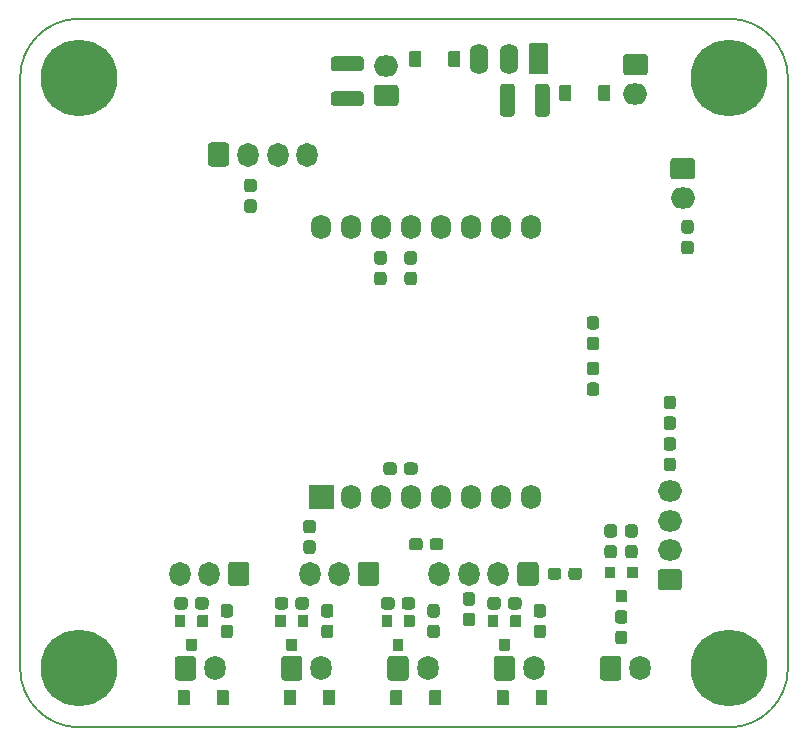
<source format=gbr>
%TF.GenerationSoftware,KiCad,Pcbnew,(5.1.9)-1*%
%TF.CreationDate,2021-06-08T13:47:19+02:00*%
%TF.ProjectId,19_WIFI_Generic,31395f57-4946-4495-9f47-656e65726963,rev?*%
%TF.SameCoordinates,Original*%
%TF.FileFunction,Soldermask,Bot*%
%TF.FilePolarity,Negative*%
%FSLAX46Y46*%
G04 Gerber Fmt 4.6, Leading zero omitted, Abs format (unit mm)*
G04 Created by KiCad (PCBNEW (5.1.9)-1) date 2021-06-08 13:47:19*
%MOMM*%
%LPD*%
G01*
G04 APERTURE LIST*
%TA.AperFunction,Profile*%
%ADD10C,0.150000*%
%TD*%
%ADD11C,0.900000*%
%ADD12C,6.500000*%
%ADD13O,1.700000X2.100000*%
%ADD14O,1.600000X2.600000*%
%ADD15O,2.050000X1.800000*%
%ADD16O,2.100000X1.800000*%
%ADD17O,1.800000X2.050000*%
%ADD18O,1.800000X2.100000*%
G04 APERTURE END LIST*
D10*
X175000000Y-80000000D02*
G75*
G02*
X180000000Y-85000000I0J-5000000D01*
G01*
X180000000Y-135000000D02*
G75*
G02*
X175000000Y-140000000I-5000000J0D01*
G01*
X120000000Y-140000000D02*
G75*
G02*
X115000000Y-135000000I0J5000000D01*
G01*
X115000000Y-85000000D02*
G75*
G02*
X120000000Y-80000000I5000000J0D01*
G01*
X115000000Y-135000000D02*
X115000000Y-85000000D01*
X175000000Y-140000000D02*
X120000000Y-140000000D01*
X180000000Y-85000000D02*
X180000000Y-135000000D01*
X120000000Y-80000000D02*
X175000000Y-80000000D01*
%TO.C,R7*%
G36*
G01*
X145237500Y-101425000D02*
X145762500Y-101425000D01*
G75*
G02*
X146025000Y-101687500I0J-262500D01*
G01*
X146025000Y-102312500D01*
G75*
G02*
X145762500Y-102575000I-262500J0D01*
G01*
X145237500Y-102575000D01*
G75*
G02*
X144975000Y-102312500I0J262500D01*
G01*
X144975000Y-101687500D01*
G75*
G02*
X145237500Y-101425000I262500J0D01*
G01*
G37*
G36*
G01*
X145237500Y-99675000D02*
X145762500Y-99675000D01*
G75*
G02*
X146025000Y-99937500I0J-262500D01*
G01*
X146025000Y-100562500D01*
G75*
G02*
X145762500Y-100825000I-262500J0D01*
G01*
X145237500Y-100825000D01*
G75*
G02*
X144975000Y-100562500I0J262500D01*
G01*
X144975000Y-99937500D01*
G75*
G02*
X145237500Y-99675000I262500J0D01*
G01*
G37*
%TD*%
%TO.C,R6*%
G36*
G01*
X147804500Y-101425000D02*
X148329500Y-101425000D01*
G75*
G02*
X148592000Y-101687500I0J-262500D01*
G01*
X148592000Y-102312500D01*
G75*
G02*
X148329500Y-102575000I-262500J0D01*
G01*
X147804500Y-102575000D01*
G75*
G02*
X147542000Y-102312500I0J262500D01*
G01*
X147542000Y-101687500D01*
G75*
G02*
X147804500Y-101425000I262500J0D01*
G01*
G37*
G36*
G01*
X147804500Y-99675000D02*
X148329500Y-99675000D01*
G75*
G02*
X148592000Y-99937500I0J-262500D01*
G01*
X148592000Y-100562500D01*
G75*
G02*
X148329500Y-100825000I-262500J0D01*
G01*
X147804500Y-100825000D01*
G75*
G02*
X147542000Y-100562500I0J262500D01*
G01*
X147542000Y-99937500D01*
G75*
G02*
X147804500Y-99675000I262500J0D01*
G01*
G37*
%TD*%
%TO.C,R2*%
G36*
G01*
X169737500Y-113675000D02*
X170262500Y-113675000D01*
G75*
G02*
X170525000Y-113937500I0J-262500D01*
G01*
X170525000Y-114562500D01*
G75*
G02*
X170262500Y-114825000I-262500J0D01*
G01*
X169737500Y-114825000D01*
G75*
G02*
X169475000Y-114562500I0J262500D01*
G01*
X169475000Y-113937500D01*
G75*
G02*
X169737500Y-113675000I262500J0D01*
G01*
G37*
G36*
G01*
X169737500Y-111925000D02*
X170262500Y-111925000D01*
G75*
G02*
X170525000Y-112187500I0J-262500D01*
G01*
X170525000Y-112812500D01*
G75*
G02*
X170262500Y-113075000I-262500J0D01*
G01*
X169737500Y-113075000D01*
G75*
G02*
X169475000Y-112812500I0J262500D01*
G01*
X169475000Y-112187500D01*
G75*
G02*
X169737500Y-111925000I262500J0D01*
G01*
G37*
%TD*%
%TO.C,Q1*%
G36*
G01*
X165492000Y-128394000D02*
X166292000Y-128394000D01*
G75*
G02*
X166342000Y-128444000I0J-50000D01*
G01*
X166342000Y-129344000D01*
G75*
G02*
X166292000Y-129394000I-50000J0D01*
G01*
X165492000Y-129394000D01*
G75*
G02*
X165442000Y-129344000I0J50000D01*
G01*
X165442000Y-128444000D01*
G75*
G02*
X165492000Y-128394000I50000J0D01*
G01*
G37*
G36*
G01*
X166442000Y-126394000D02*
X167242000Y-126394000D01*
G75*
G02*
X167292000Y-126444000I0J-50000D01*
G01*
X167292000Y-127344000D01*
G75*
G02*
X167242000Y-127394000I-50000J0D01*
G01*
X166442000Y-127394000D01*
G75*
G02*
X166392000Y-127344000I0J50000D01*
G01*
X166392000Y-126444000D01*
G75*
G02*
X166442000Y-126394000I50000J0D01*
G01*
G37*
G36*
G01*
X164542000Y-126394000D02*
X165342000Y-126394000D01*
G75*
G02*
X165392000Y-126444000I0J-50000D01*
G01*
X165392000Y-127344000D01*
G75*
G02*
X165342000Y-127394000I-50000J0D01*
G01*
X164542000Y-127394000D01*
G75*
G02*
X164492000Y-127344000I0J50000D01*
G01*
X164492000Y-126444000D01*
G75*
G02*
X164542000Y-126394000I50000J0D01*
G01*
G37*
%TD*%
D11*
%TO.C,H3*%
X176697056Y-133302944D03*
X175000000Y-132600000D03*
X173302944Y-133302944D03*
X172600000Y-135000000D03*
X173302944Y-136697056D03*
X175000000Y-137400000D03*
X176697056Y-136697056D03*
X177400000Y-135000000D03*
D12*
X175000000Y-135000000D03*
%TD*%
D11*
%TO.C,H1*%
X121697056Y-83302944D03*
X120000000Y-82600000D03*
X118302944Y-83302944D03*
X117600000Y-85000000D03*
X118302944Y-86697056D03*
X120000000Y-87400000D03*
X121697056Y-86697056D03*
X122400000Y-85000000D03*
D12*
X120000000Y-85000000D03*
%TD*%
D11*
%TO.C,H2*%
X176697056Y-83302944D03*
X175000000Y-82600000D03*
X173302944Y-83302944D03*
X172600000Y-85000000D03*
X173302944Y-86697056D03*
X175000000Y-87400000D03*
X176697056Y-86697056D03*
X177400000Y-85000000D03*
D12*
X175000000Y-85000000D03*
%TD*%
D11*
%TO.C,H4*%
X121697056Y-133302944D03*
X120000000Y-132600000D03*
X118302944Y-133302944D03*
X117600000Y-135000000D03*
X118302944Y-136697056D03*
X120000000Y-137400000D03*
X121697056Y-136697056D03*
X122400000Y-135000000D03*
D12*
X120000000Y-135000000D03*
%TD*%
%TO.C,R13*%
G36*
G01*
X171237500Y-98800000D02*
X171762500Y-98800000D01*
G75*
G02*
X172025000Y-99062500I0J-262500D01*
G01*
X172025000Y-99687500D01*
G75*
G02*
X171762500Y-99950000I-262500J0D01*
G01*
X171237500Y-99950000D01*
G75*
G02*
X170975000Y-99687500I0J262500D01*
G01*
X170975000Y-99062500D01*
G75*
G02*
X171237500Y-98800000I262500J0D01*
G01*
G37*
G36*
G01*
X171237500Y-97050000D02*
X171762500Y-97050000D01*
G75*
G02*
X172025000Y-97312500I0J-262500D01*
G01*
X172025000Y-97937500D01*
G75*
G02*
X171762500Y-98200000I-262500J0D01*
G01*
X171237500Y-98200000D01*
G75*
G02*
X170975000Y-97937500I0J262500D01*
G01*
X170975000Y-97312500D01*
G75*
G02*
X171237500Y-97050000I262500J0D01*
G01*
G37*
%TD*%
%TO.C,R1*%
G36*
G01*
X169737500Y-117175000D02*
X170262500Y-117175000D01*
G75*
G02*
X170525000Y-117437500I0J-262500D01*
G01*
X170525000Y-118062500D01*
G75*
G02*
X170262500Y-118325000I-262500J0D01*
G01*
X169737500Y-118325000D01*
G75*
G02*
X169475000Y-118062500I0J262500D01*
G01*
X169475000Y-117437500D01*
G75*
G02*
X169737500Y-117175000I262500J0D01*
G01*
G37*
G36*
G01*
X169737500Y-115425000D02*
X170262500Y-115425000D01*
G75*
G02*
X170525000Y-115687500I0J-262500D01*
G01*
X170525000Y-116312500D01*
G75*
G02*
X170262500Y-116575000I-262500J0D01*
G01*
X169737500Y-116575000D01*
G75*
G02*
X169475000Y-116312500I0J262500D01*
G01*
X169475000Y-115687500D01*
G75*
G02*
X169737500Y-115425000I262500J0D01*
G01*
G37*
%TD*%
%TO.C,R14*%
G36*
G01*
X165629500Y-131819000D02*
X166154500Y-131819000D01*
G75*
G02*
X166417000Y-132081500I0J-262500D01*
G01*
X166417000Y-132706500D01*
G75*
G02*
X166154500Y-132969000I-262500J0D01*
G01*
X165629500Y-132969000D01*
G75*
G02*
X165367000Y-132706500I0J262500D01*
G01*
X165367000Y-132081500D01*
G75*
G02*
X165629500Y-131819000I262500J0D01*
G01*
G37*
G36*
G01*
X165629500Y-130069000D02*
X166154500Y-130069000D01*
G75*
G02*
X166417000Y-130331500I0J-262500D01*
G01*
X166417000Y-130956500D01*
G75*
G02*
X166154500Y-131219000I-262500J0D01*
G01*
X165629500Y-131219000D01*
G75*
G02*
X165367000Y-130956500I0J262500D01*
G01*
X165367000Y-130331500D01*
G75*
G02*
X165629500Y-130069000I262500J0D01*
G01*
G37*
%TD*%
%TO.C,R15*%
G36*
G01*
X164737500Y-124550000D02*
X165262500Y-124550000D01*
G75*
G02*
X165525000Y-124812500I0J-262500D01*
G01*
X165525000Y-125437500D01*
G75*
G02*
X165262500Y-125700000I-262500J0D01*
G01*
X164737500Y-125700000D01*
G75*
G02*
X164475000Y-125437500I0J262500D01*
G01*
X164475000Y-124812500D01*
G75*
G02*
X164737500Y-124550000I262500J0D01*
G01*
G37*
G36*
G01*
X164737500Y-122800000D02*
X165262500Y-122800000D01*
G75*
G02*
X165525000Y-123062500I0J-262500D01*
G01*
X165525000Y-123687500D01*
G75*
G02*
X165262500Y-123950000I-262500J0D01*
G01*
X164737500Y-123950000D01*
G75*
G02*
X164475000Y-123687500I0J262500D01*
G01*
X164475000Y-123062500D01*
G75*
G02*
X164737500Y-122800000I262500J0D01*
G01*
G37*
%TD*%
%TO.C,R16*%
G36*
G01*
X167012500Y-123950000D02*
X166487500Y-123950000D01*
G75*
G02*
X166225000Y-123687500I0J262500D01*
G01*
X166225000Y-123062500D01*
G75*
G02*
X166487500Y-122800000I262500J0D01*
G01*
X167012500Y-122800000D01*
G75*
G02*
X167275000Y-123062500I0J-262500D01*
G01*
X167275000Y-123687500D01*
G75*
G02*
X167012500Y-123950000I-262500J0D01*
G01*
G37*
G36*
G01*
X167012500Y-125700000D02*
X166487500Y-125700000D01*
G75*
G02*
X166225000Y-125437500I0J262500D01*
G01*
X166225000Y-124812500D01*
G75*
G02*
X166487500Y-124550000I262500J0D01*
G01*
X167012500Y-124550000D01*
G75*
G02*
X167275000Y-124812500I0J-262500D01*
G01*
X167275000Y-125437500D01*
G75*
G02*
X167012500Y-125700000I-262500J0D01*
G01*
G37*
%TD*%
%TO.C,R10*%
G36*
G01*
X134237500Y-93550000D02*
X134762500Y-93550000D01*
G75*
G02*
X135025000Y-93812500I0J-262500D01*
G01*
X135025000Y-94437500D01*
G75*
G02*
X134762500Y-94700000I-262500J0D01*
G01*
X134237500Y-94700000D01*
G75*
G02*
X133975000Y-94437500I0J262500D01*
G01*
X133975000Y-93812500D01*
G75*
G02*
X134237500Y-93550000I262500J0D01*
G01*
G37*
G36*
G01*
X134237500Y-95300000D02*
X134762500Y-95300000D01*
G75*
G02*
X135025000Y-95562500I0J-262500D01*
G01*
X135025000Y-96187500D01*
G75*
G02*
X134762500Y-96450000I-262500J0D01*
G01*
X134237500Y-96450000D01*
G75*
G02*
X133975000Y-96187500I0J262500D01*
G01*
X133975000Y-95562500D01*
G75*
G02*
X134237500Y-95300000I262500J0D01*
G01*
G37*
%TD*%
D13*
%TO.C,U1*%
X143040000Y-120500000D03*
G36*
G01*
X141500000Y-121550000D02*
X139500000Y-121550000D01*
G75*
G02*
X139450000Y-121500000I0J50000D01*
G01*
X139450000Y-119500000D01*
G75*
G02*
X139500000Y-119450000I50000J0D01*
G01*
X141500000Y-119450000D01*
G75*
G02*
X141550000Y-119500000I0J-50000D01*
G01*
X141550000Y-121500000D01*
G75*
G02*
X141500000Y-121550000I-50000J0D01*
G01*
G37*
X145580000Y-120500000D03*
X148120000Y-120500000D03*
X150660000Y-120500000D03*
X153200000Y-120500000D03*
X155740000Y-120500000D03*
X158280000Y-120500000D03*
X158280000Y-97640000D03*
X155740000Y-97640000D03*
X153200000Y-97640000D03*
X150660000Y-97640000D03*
X148120000Y-97640000D03*
X145580000Y-97640000D03*
X143040000Y-97640000D03*
X140500000Y-97640000D03*
%TD*%
%TO.C,D1*%
G36*
G01*
X129350000Y-136900000D02*
X129350000Y-138100000D01*
G75*
G02*
X129300000Y-138150000I-50000J0D01*
G01*
X128400000Y-138150000D01*
G75*
G02*
X128350000Y-138100000I0J50000D01*
G01*
X128350000Y-136900000D01*
G75*
G02*
X128400000Y-136850000I50000J0D01*
G01*
X129300000Y-136850000D01*
G75*
G02*
X129350000Y-136900000I0J-50000D01*
G01*
G37*
G36*
G01*
X132650000Y-136900000D02*
X132650000Y-138100000D01*
G75*
G02*
X132600000Y-138150000I-50000J0D01*
G01*
X131700000Y-138150000D01*
G75*
G02*
X131650000Y-138100000I0J50000D01*
G01*
X131650000Y-136900000D01*
G75*
G02*
X131700000Y-136850000I50000J0D01*
G01*
X132600000Y-136850000D01*
G75*
G02*
X132650000Y-136900000I0J-50000D01*
G01*
G37*
%TD*%
%TO.C,D2*%
G36*
G01*
X141650000Y-136900000D02*
X141650000Y-138100000D01*
G75*
G02*
X141600000Y-138150000I-50000J0D01*
G01*
X140700000Y-138150000D01*
G75*
G02*
X140650000Y-138100000I0J50000D01*
G01*
X140650000Y-136900000D01*
G75*
G02*
X140700000Y-136850000I50000J0D01*
G01*
X141600000Y-136850000D01*
G75*
G02*
X141650000Y-136900000I0J-50000D01*
G01*
G37*
G36*
G01*
X138350000Y-136900000D02*
X138350000Y-138100000D01*
G75*
G02*
X138300000Y-138150000I-50000J0D01*
G01*
X137400000Y-138150000D01*
G75*
G02*
X137350000Y-138100000I0J50000D01*
G01*
X137350000Y-136900000D01*
G75*
G02*
X137400000Y-136850000I50000J0D01*
G01*
X138300000Y-136850000D01*
G75*
G02*
X138350000Y-136900000I0J-50000D01*
G01*
G37*
%TD*%
%TO.C,D3*%
G36*
G01*
X147350000Y-136900000D02*
X147350000Y-138100000D01*
G75*
G02*
X147300000Y-138150000I-50000J0D01*
G01*
X146400000Y-138150000D01*
G75*
G02*
X146350000Y-138100000I0J50000D01*
G01*
X146350000Y-136900000D01*
G75*
G02*
X146400000Y-136850000I50000J0D01*
G01*
X147300000Y-136850000D01*
G75*
G02*
X147350000Y-136900000I0J-50000D01*
G01*
G37*
G36*
G01*
X150650000Y-136900000D02*
X150650000Y-138100000D01*
G75*
G02*
X150600000Y-138150000I-50000J0D01*
G01*
X149700000Y-138150000D01*
G75*
G02*
X149650000Y-138100000I0J50000D01*
G01*
X149650000Y-136900000D01*
G75*
G02*
X149700000Y-136850000I50000J0D01*
G01*
X150600000Y-136850000D01*
G75*
G02*
X150650000Y-136900000I0J-50000D01*
G01*
G37*
%TD*%
%TO.C,D4*%
G36*
G01*
X159650000Y-136900000D02*
X159650000Y-138100000D01*
G75*
G02*
X159600000Y-138150000I-50000J0D01*
G01*
X158700000Y-138150000D01*
G75*
G02*
X158650000Y-138100000I0J50000D01*
G01*
X158650000Y-136900000D01*
G75*
G02*
X158700000Y-136850000I50000J0D01*
G01*
X159600000Y-136850000D01*
G75*
G02*
X159650000Y-136900000I0J-50000D01*
G01*
G37*
G36*
G01*
X156350000Y-136900000D02*
X156350000Y-138100000D01*
G75*
G02*
X156300000Y-138150000I-50000J0D01*
G01*
X155400000Y-138150000D01*
G75*
G02*
X155350000Y-138100000I0J50000D01*
G01*
X155350000Y-136900000D01*
G75*
G02*
X155400000Y-136850000I50000J0D01*
G01*
X156300000Y-136850000D01*
G75*
G02*
X156350000Y-136900000I0J-50000D01*
G01*
G37*
%TD*%
%TO.C,Q2*%
G36*
G01*
X129100000Y-132500000D02*
X129900000Y-132500000D01*
G75*
G02*
X129950000Y-132550000I0J-50000D01*
G01*
X129950000Y-133450000D01*
G75*
G02*
X129900000Y-133500000I-50000J0D01*
G01*
X129100000Y-133500000D01*
G75*
G02*
X129050000Y-133450000I0J50000D01*
G01*
X129050000Y-132550000D01*
G75*
G02*
X129100000Y-132500000I50000J0D01*
G01*
G37*
G36*
G01*
X130050000Y-130500000D02*
X130850000Y-130500000D01*
G75*
G02*
X130900000Y-130550000I0J-50000D01*
G01*
X130900000Y-131450000D01*
G75*
G02*
X130850000Y-131500000I-50000J0D01*
G01*
X130050000Y-131500000D01*
G75*
G02*
X130000000Y-131450000I0J50000D01*
G01*
X130000000Y-130550000D01*
G75*
G02*
X130050000Y-130500000I50000J0D01*
G01*
G37*
G36*
G01*
X128150000Y-130500000D02*
X128950000Y-130500000D01*
G75*
G02*
X129000000Y-130550000I0J-50000D01*
G01*
X129000000Y-131450000D01*
G75*
G02*
X128950000Y-131500000I-50000J0D01*
G01*
X128150000Y-131500000D01*
G75*
G02*
X128100000Y-131450000I0J50000D01*
G01*
X128100000Y-130550000D01*
G75*
G02*
X128150000Y-130500000I50000J0D01*
G01*
G37*
%TD*%
%TO.C,Q3*%
G36*
G01*
X136650000Y-130500000D02*
X137450000Y-130500000D01*
G75*
G02*
X137500000Y-130550000I0J-50000D01*
G01*
X137500000Y-131450000D01*
G75*
G02*
X137450000Y-131500000I-50000J0D01*
G01*
X136650000Y-131500000D01*
G75*
G02*
X136600000Y-131450000I0J50000D01*
G01*
X136600000Y-130550000D01*
G75*
G02*
X136650000Y-130500000I50000J0D01*
G01*
G37*
G36*
G01*
X138550000Y-130500000D02*
X139350000Y-130500000D01*
G75*
G02*
X139400000Y-130550000I0J-50000D01*
G01*
X139400000Y-131450000D01*
G75*
G02*
X139350000Y-131500000I-50000J0D01*
G01*
X138550000Y-131500000D01*
G75*
G02*
X138500000Y-131450000I0J50000D01*
G01*
X138500000Y-130550000D01*
G75*
G02*
X138550000Y-130500000I50000J0D01*
G01*
G37*
G36*
G01*
X137600000Y-132500000D02*
X138400000Y-132500000D01*
G75*
G02*
X138450000Y-132550000I0J-50000D01*
G01*
X138450000Y-133450000D01*
G75*
G02*
X138400000Y-133500000I-50000J0D01*
G01*
X137600000Y-133500000D01*
G75*
G02*
X137550000Y-133450000I0J50000D01*
G01*
X137550000Y-132550000D01*
G75*
G02*
X137600000Y-132500000I50000J0D01*
G01*
G37*
%TD*%
%TO.C,Q4*%
G36*
G01*
X146600000Y-132500000D02*
X147400000Y-132500000D01*
G75*
G02*
X147450000Y-132550000I0J-50000D01*
G01*
X147450000Y-133450000D01*
G75*
G02*
X147400000Y-133500000I-50000J0D01*
G01*
X146600000Y-133500000D01*
G75*
G02*
X146550000Y-133450000I0J50000D01*
G01*
X146550000Y-132550000D01*
G75*
G02*
X146600000Y-132500000I50000J0D01*
G01*
G37*
G36*
G01*
X147550000Y-130500000D02*
X148350000Y-130500000D01*
G75*
G02*
X148400000Y-130550000I0J-50000D01*
G01*
X148400000Y-131450000D01*
G75*
G02*
X148350000Y-131500000I-50000J0D01*
G01*
X147550000Y-131500000D01*
G75*
G02*
X147500000Y-131450000I0J50000D01*
G01*
X147500000Y-130550000D01*
G75*
G02*
X147550000Y-130500000I50000J0D01*
G01*
G37*
G36*
G01*
X145650000Y-130500000D02*
X146450000Y-130500000D01*
G75*
G02*
X146500000Y-130550000I0J-50000D01*
G01*
X146500000Y-131450000D01*
G75*
G02*
X146450000Y-131500000I-50000J0D01*
G01*
X145650000Y-131500000D01*
G75*
G02*
X145600000Y-131450000I0J50000D01*
G01*
X145600000Y-130550000D01*
G75*
G02*
X145650000Y-130500000I50000J0D01*
G01*
G37*
%TD*%
%TO.C,Q5*%
G36*
G01*
X154650000Y-130500000D02*
X155450000Y-130500000D01*
G75*
G02*
X155500000Y-130550000I0J-50000D01*
G01*
X155500000Y-131450000D01*
G75*
G02*
X155450000Y-131500000I-50000J0D01*
G01*
X154650000Y-131500000D01*
G75*
G02*
X154600000Y-131450000I0J50000D01*
G01*
X154600000Y-130550000D01*
G75*
G02*
X154650000Y-130500000I50000J0D01*
G01*
G37*
G36*
G01*
X156550000Y-130500000D02*
X157350000Y-130500000D01*
G75*
G02*
X157400000Y-130550000I0J-50000D01*
G01*
X157400000Y-131450000D01*
G75*
G02*
X157350000Y-131500000I-50000J0D01*
G01*
X156550000Y-131500000D01*
G75*
G02*
X156500000Y-131450000I0J50000D01*
G01*
X156500000Y-130550000D01*
G75*
G02*
X156550000Y-130500000I50000J0D01*
G01*
G37*
G36*
G01*
X155600000Y-132500000D02*
X156400000Y-132500000D01*
G75*
G02*
X156450000Y-132550000I0J-50000D01*
G01*
X156450000Y-133450000D01*
G75*
G02*
X156400000Y-133500000I-50000J0D01*
G01*
X155600000Y-133500000D01*
G75*
G02*
X155550000Y-133450000I0J50000D01*
G01*
X155550000Y-132550000D01*
G75*
G02*
X155600000Y-132500000I50000J0D01*
G01*
G37*
%TD*%
%TO.C,R3*%
G36*
G01*
X139237500Y-122425000D02*
X139762500Y-122425000D01*
G75*
G02*
X140025000Y-122687500I0J-262500D01*
G01*
X140025000Y-123312500D01*
G75*
G02*
X139762500Y-123575000I-262500J0D01*
G01*
X139237500Y-123575000D01*
G75*
G02*
X138975000Y-123312500I0J262500D01*
G01*
X138975000Y-122687500D01*
G75*
G02*
X139237500Y-122425000I262500J0D01*
G01*
G37*
G36*
G01*
X139237500Y-124175000D02*
X139762500Y-124175000D01*
G75*
G02*
X140025000Y-124437500I0J-262500D01*
G01*
X140025000Y-125062500D01*
G75*
G02*
X139762500Y-125325000I-262500J0D01*
G01*
X139237500Y-125325000D01*
G75*
G02*
X138975000Y-125062500I0J262500D01*
G01*
X138975000Y-124437500D01*
G75*
G02*
X139237500Y-124175000I262500J0D01*
G01*
G37*
%TD*%
%TO.C,R4*%
G36*
G01*
X163762500Y-111950000D02*
X163237500Y-111950000D01*
G75*
G02*
X162975000Y-111687500I0J262500D01*
G01*
X162975000Y-111062500D01*
G75*
G02*
X163237500Y-110800000I262500J0D01*
G01*
X163762500Y-110800000D01*
G75*
G02*
X164025000Y-111062500I0J-262500D01*
G01*
X164025000Y-111687500D01*
G75*
G02*
X163762500Y-111950000I-262500J0D01*
G01*
G37*
G36*
G01*
X163762500Y-110200000D02*
X163237500Y-110200000D01*
G75*
G02*
X162975000Y-109937500I0J262500D01*
G01*
X162975000Y-109312500D01*
G75*
G02*
X163237500Y-109050000I262500J0D01*
G01*
X163762500Y-109050000D01*
G75*
G02*
X164025000Y-109312500I0J-262500D01*
G01*
X164025000Y-109937500D01*
G75*
G02*
X163762500Y-110200000I-262500J0D01*
G01*
G37*
%TD*%
%TO.C,R5*%
G36*
G01*
X163762500Y-106325000D02*
X163237500Y-106325000D01*
G75*
G02*
X162975000Y-106062500I0J262500D01*
G01*
X162975000Y-105437500D01*
G75*
G02*
X163237500Y-105175000I262500J0D01*
G01*
X163762500Y-105175000D01*
G75*
G02*
X164025000Y-105437500I0J-262500D01*
G01*
X164025000Y-106062500D01*
G75*
G02*
X163762500Y-106325000I-262500J0D01*
G01*
G37*
G36*
G01*
X163762500Y-108075000D02*
X163237500Y-108075000D01*
G75*
G02*
X162975000Y-107812500I0J262500D01*
G01*
X162975000Y-107187500D01*
G75*
G02*
X163237500Y-106925000I262500J0D01*
G01*
X163762500Y-106925000D01*
G75*
G02*
X164025000Y-107187500I0J-262500D01*
G01*
X164025000Y-107812500D01*
G75*
G02*
X163762500Y-108075000I-262500J0D01*
G01*
G37*
%TD*%
%TO.C,R17*%
G36*
G01*
X146900000Y-117837500D02*
X146900000Y-118362500D01*
G75*
G02*
X146637500Y-118625000I-262500J0D01*
G01*
X146012500Y-118625000D01*
G75*
G02*
X145750000Y-118362500I0J262500D01*
G01*
X145750000Y-117837500D01*
G75*
G02*
X146012500Y-117575000I262500J0D01*
G01*
X146637500Y-117575000D01*
G75*
G02*
X146900000Y-117837500I0J-262500D01*
G01*
G37*
G36*
G01*
X148650000Y-117837500D02*
X148650000Y-118362500D01*
G75*
G02*
X148387500Y-118625000I-262500J0D01*
G01*
X147762500Y-118625000D01*
G75*
G02*
X147500000Y-118362500I0J262500D01*
G01*
X147500000Y-117837500D01*
G75*
G02*
X147762500Y-117575000I262500J0D01*
G01*
X148387500Y-117575000D01*
G75*
G02*
X148650000Y-117837500I0J-262500D01*
G01*
G37*
%TD*%
%TO.C,R18*%
G36*
G01*
X129200000Y-129237500D02*
X129200000Y-129762500D01*
G75*
G02*
X128937500Y-130025000I-262500J0D01*
G01*
X128312500Y-130025000D01*
G75*
G02*
X128050000Y-129762500I0J262500D01*
G01*
X128050000Y-129237500D01*
G75*
G02*
X128312500Y-128975000I262500J0D01*
G01*
X128937500Y-128975000D01*
G75*
G02*
X129200000Y-129237500I0J-262500D01*
G01*
G37*
G36*
G01*
X130950000Y-129237500D02*
X130950000Y-129762500D01*
G75*
G02*
X130687500Y-130025000I-262500J0D01*
G01*
X130062500Y-130025000D01*
G75*
G02*
X129800000Y-129762500I0J262500D01*
G01*
X129800000Y-129237500D01*
G75*
G02*
X130062500Y-128975000I262500J0D01*
G01*
X130687500Y-128975000D01*
G75*
G02*
X130950000Y-129237500I0J-262500D01*
G01*
G37*
%TD*%
%TO.C,R19*%
G36*
G01*
X150825000Y-124237500D02*
X150825000Y-124762500D01*
G75*
G02*
X150562500Y-125025000I-262500J0D01*
G01*
X149937500Y-125025000D01*
G75*
G02*
X149675000Y-124762500I0J262500D01*
G01*
X149675000Y-124237500D01*
G75*
G02*
X149937500Y-123975000I262500J0D01*
G01*
X150562500Y-123975000D01*
G75*
G02*
X150825000Y-124237500I0J-262500D01*
G01*
G37*
G36*
G01*
X149075000Y-124237500D02*
X149075000Y-124762500D01*
G75*
G02*
X148812500Y-125025000I-262500J0D01*
G01*
X148187500Y-125025000D01*
G75*
G02*
X147925000Y-124762500I0J262500D01*
G01*
X147925000Y-124237500D01*
G75*
G02*
X148187500Y-123975000I262500J0D01*
G01*
X148812500Y-123975000D01*
G75*
G02*
X149075000Y-124237500I0J-262500D01*
G01*
G37*
%TD*%
%TO.C,R20*%
G36*
G01*
X137700000Y-129237500D02*
X137700000Y-129762500D01*
G75*
G02*
X137437500Y-130025000I-262500J0D01*
G01*
X136812500Y-130025000D01*
G75*
G02*
X136550000Y-129762500I0J262500D01*
G01*
X136550000Y-129237500D01*
G75*
G02*
X136812500Y-128975000I262500J0D01*
G01*
X137437500Y-128975000D01*
G75*
G02*
X137700000Y-129237500I0J-262500D01*
G01*
G37*
G36*
G01*
X139450000Y-129237500D02*
X139450000Y-129762500D01*
G75*
G02*
X139187500Y-130025000I-262500J0D01*
G01*
X138562500Y-130025000D01*
G75*
G02*
X138300000Y-129762500I0J262500D01*
G01*
X138300000Y-129237500D01*
G75*
G02*
X138562500Y-128975000I262500J0D01*
G01*
X139187500Y-128975000D01*
G75*
G02*
X139450000Y-129237500I0J-262500D01*
G01*
G37*
%TD*%
%TO.C,R21*%
G36*
G01*
X152737500Y-130300000D02*
X153262500Y-130300000D01*
G75*
G02*
X153525000Y-130562500I0J-262500D01*
G01*
X153525000Y-131187500D01*
G75*
G02*
X153262500Y-131450000I-262500J0D01*
G01*
X152737500Y-131450000D01*
G75*
G02*
X152475000Y-131187500I0J262500D01*
G01*
X152475000Y-130562500D01*
G75*
G02*
X152737500Y-130300000I262500J0D01*
G01*
G37*
G36*
G01*
X152737500Y-128550000D02*
X153262500Y-128550000D01*
G75*
G02*
X153525000Y-128812500I0J-262500D01*
G01*
X153525000Y-129437500D01*
G75*
G02*
X153262500Y-129700000I-262500J0D01*
G01*
X152737500Y-129700000D01*
G75*
G02*
X152475000Y-129437500I0J262500D01*
G01*
X152475000Y-128812500D01*
G75*
G02*
X152737500Y-128550000I262500J0D01*
G01*
G37*
%TD*%
%TO.C,R22*%
G36*
G01*
X146700000Y-129237500D02*
X146700000Y-129762500D01*
G75*
G02*
X146437500Y-130025000I-262500J0D01*
G01*
X145812500Y-130025000D01*
G75*
G02*
X145550000Y-129762500I0J262500D01*
G01*
X145550000Y-129237500D01*
G75*
G02*
X145812500Y-128975000I262500J0D01*
G01*
X146437500Y-128975000D01*
G75*
G02*
X146700000Y-129237500I0J-262500D01*
G01*
G37*
G36*
G01*
X148450000Y-129237500D02*
X148450000Y-129762500D01*
G75*
G02*
X148187500Y-130025000I-262500J0D01*
G01*
X147562500Y-130025000D01*
G75*
G02*
X147300000Y-129762500I0J262500D01*
G01*
X147300000Y-129237500D01*
G75*
G02*
X147562500Y-128975000I262500J0D01*
G01*
X148187500Y-128975000D01*
G75*
G02*
X148450000Y-129237500I0J-262500D01*
G01*
G37*
%TD*%
%TO.C,R23*%
G36*
G01*
X159675000Y-127262500D02*
X159675000Y-126737500D01*
G75*
G02*
X159937500Y-126475000I262500J0D01*
G01*
X160562500Y-126475000D01*
G75*
G02*
X160825000Y-126737500I0J-262500D01*
G01*
X160825000Y-127262500D01*
G75*
G02*
X160562500Y-127525000I-262500J0D01*
G01*
X159937500Y-127525000D01*
G75*
G02*
X159675000Y-127262500I0J262500D01*
G01*
G37*
G36*
G01*
X161425000Y-127262500D02*
X161425000Y-126737500D01*
G75*
G02*
X161687500Y-126475000I262500J0D01*
G01*
X162312500Y-126475000D01*
G75*
G02*
X162575000Y-126737500I0J-262500D01*
G01*
X162575000Y-127262500D01*
G75*
G02*
X162312500Y-127525000I-262500J0D01*
G01*
X161687500Y-127525000D01*
G75*
G02*
X161425000Y-127262500I0J262500D01*
G01*
G37*
%TD*%
%TO.C,R24*%
G36*
G01*
X157450000Y-129237500D02*
X157450000Y-129762500D01*
G75*
G02*
X157187500Y-130025000I-262500J0D01*
G01*
X156562500Y-130025000D01*
G75*
G02*
X156300000Y-129762500I0J262500D01*
G01*
X156300000Y-129237500D01*
G75*
G02*
X156562500Y-128975000I262500J0D01*
G01*
X157187500Y-128975000D01*
G75*
G02*
X157450000Y-129237500I0J-262500D01*
G01*
G37*
G36*
G01*
X155700000Y-129237500D02*
X155700000Y-129762500D01*
G75*
G02*
X155437500Y-130025000I-262500J0D01*
G01*
X154812500Y-130025000D01*
G75*
G02*
X154550000Y-129762500I0J262500D01*
G01*
X154550000Y-129237500D01*
G75*
G02*
X154812500Y-128975000I262500J0D01*
G01*
X155437500Y-128975000D01*
G75*
G02*
X155700000Y-129237500I0J-262500D01*
G01*
G37*
%TD*%
%TO.C,R25*%
G36*
G01*
X132762500Y-132450000D02*
X132237500Y-132450000D01*
G75*
G02*
X131975000Y-132187500I0J262500D01*
G01*
X131975000Y-131562500D01*
G75*
G02*
X132237500Y-131300000I262500J0D01*
G01*
X132762500Y-131300000D01*
G75*
G02*
X133025000Y-131562500I0J-262500D01*
G01*
X133025000Y-132187500D01*
G75*
G02*
X132762500Y-132450000I-262500J0D01*
G01*
G37*
G36*
G01*
X132762500Y-130700000D02*
X132237500Y-130700000D01*
G75*
G02*
X131975000Y-130437500I0J262500D01*
G01*
X131975000Y-129812500D01*
G75*
G02*
X132237500Y-129550000I262500J0D01*
G01*
X132762500Y-129550000D01*
G75*
G02*
X133025000Y-129812500I0J-262500D01*
G01*
X133025000Y-130437500D01*
G75*
G02*
X132762500Y-130700000I-262500J0D01*
G01*
G37*
%TD*%
%TO.C,R26*%
G36*
G01*
X141262500Y-130700000D02*
X140737500Y-130700000D01*
G75*
G02*
X140475000Y-130437500I0J262500D01*
G01*
X140475000Y-129812500D01*
G75*
G02*
X140737500Y-129550000I262500J0D01*
G01*
X141262500Y-129550000D01*
G75*
G02*
X141525000Y-129812500I0J-262500D01*
G01*
X141525000Y-130437500D01*
G75*
G02*
X141262500Y-130700000I-262500J0D01*
G01*
G37*
G36*
G01*
X141262500Y-132450000D02*
X140737500Y-132450000D01*
G75*
G02*
X140475000Y-132187500I0J262500D01*
G01*
X140475000Y-131562500D01*
G75*
G02*
X140737500Y-131300000I262500J0D01*
G01*
X141262500Y-131300000D01*
G75*
G02*
X141525000Y-131562500I0J-262500D01*
G01*
X141525000Y-132187500D01*
G75*
G02*
X141262500Y-132450000I-262500J0D01*
G01*
G37*
%TD*%
%TO.C,R27*%
G36*
G01*
X150262500Y-132450000D02*
X149737500Y-132450000D01*
G75*
G02*
X149475000Y-132187500I0J262500D01*
G01*
X149475000Y-131562500D01*
G75*
G02*
X149737500Y-131300000I262500J0D01*
G01*
X150262500Y-131300000D01*
G75*
G02*
X150525000Y-131562500I0J-262500D01*
G01*
X150525000Y-132187500D01*
G75*
G02*
X150262500Y-132450000I-262500J0D01*
G01*
G37*
G36*
G01*
X150262500Y-130700000D02*
X149737500Y-130700000D01*
G75*
G02*
X149475000Y-130437500I0J262500D01*
G01*
X149475000Y-129812500D01*
G75*
G02*
X149737500Y-129550000I262500J0D01*
G01*
X150262500Y-129550000D01*
G75*
G02*
X150525000Y-129812500I0J-262500D01*
G01*
X150525000Y-130437500D01*
G75*
G02*
X150262500Y-130700000I-262500J0D01*
G01*
G37*
%TD*%
%TO.C,R28*%
G36*
G01*
X159262500Y-130700000D02*
X158737500Y-130700000D01*
G75*
G02*
X158475000Y-130437500I0J262500D01*
G01*
X158475000Y-129812500D01*
G75*
G02*
X158737500Y-129550000I262500J0D01*
G01*
X159262500Y-129550000D01*
G75*
G02*
X159525000Y-129812500I0J-262500D01*
G01*
X159525000Y-130437500D01*
G75*
G02*
X159262500Y-130700000I-262500J0D01*
G01*
G37*
G36*
G01*
X159262500Y-132450000D02*
X158737500Y-132450000D01*
G75*
G02*
X158475000Y-132187500I0J262500D01*
G01*
X158475000Y-131562500D01*
G75*
G02*
X158737500Y-131300000I262500J0D01*
G01*
X159262500Y-131300000D01*
G75*
G02*
X159525000Y-131562500I0J-262500D01*
G01*
X159525000Y-132187500D01*
G75*
G02*
X159262500Y-132450000I-262500J0D01*
G01*
G37*
%TD*%
%TO.C,C1*%
G36*
G01*
X159825000Y-85771738D02*
X159825000Y-88028262D01*
G75*
G02*
X159553262Y-88300000I-271738J0D01*
G01*
X158846738Y-88300000D01*
G75*
G02*
X158575000Y-88028262I0J271738D01*
G01*
X158575000Y-85771738D01*
G75*
G02*
X158846738Y-85500000I271738J0D01*
G01*
X159553262Y-85500000D01*
G75*
G02*
X159825000Y-85771738I0J-271738D01*
G01*
G37*
G36*
G01*
X156875000Y-85771738D02*
X156875000Y-88028262D01*
G75*
G02*
X156603262Y-88300000I-271738J0D01*
G01*
X155896738Y-88300000D01*
G75*
G02*
X155625000Y-88028262I0J271738D01*
G01*
X155625000Y-85771738D01*
G75*
G02*
X155896738Y-85500000I271738J0D01*
G01*
X156603262Y-85500000D01*
G75*
G02*
X156875000Y-85771738I0J-271738D01*
G01*
G37*
%TD*%
%TO.C,C2*%
G36*
G01*
X141571738Y-86150000D02*
X143828262Y-86150000D01*
G75*
G02*
X144100000Y-86421738I0J-271738D01*
G01*
X144100000Y-87128262D01*
G75*
G02*
X143828262Y-87400000I-271738J0D01*
G01*
X141571738Y-87400000D01*
G75*
G02*
X141300000Y-87128262I0J271738D01*
G01*
X141300000Y-86421738D01*
G75*
G02*
X141571738Y-86150000I271738J0D01*
G01*
G37*
G36*
G01*
X141571738Y-83200000D02*
X143828262Y-83200000D01*
G75*
G02*
X144100000Y-83471738I0J-271738D01*
G01*
X144100000Y-84178262D01*
G75*
G02*
X143828262Y-84450000I-271738J0D01*
G01*
X141571738Y-84450000D01*
G75*
G02*
X141300000Y-84178262I0J271738D01*
G01*
X141300000Y-83471738D01*
G75*
G02*
X141571738Y-83200000I271738J0D01*
G01*
G37*
%TD*%
%TO.C,D5*%
G36*
G01*
X163950000Y-86900000D02*
X163950000Y-85700000D01*
G75*
G02*
X164000000Y-85650000I50000J0D01*
G01*
X164900000Y-85650000D01*
G75*
G02*
X164950000Y-85700000I0J-50000D01*
G01*
X164950000Y-86900000D01*
G75*
G02*
X164900000Y-86950000I-50000J0D01*
G01*
X164000000Y-86950000D01*
G75*
G02*
X163950000Y-86900000I0J50000D01*
G01*
G37*
G36*
G01*
X160650000Y-86900000D02*
X160650000Y-85700000D01*
G75*
G02*
X160700000Y-85650000I50000J0D01*
G01*
X161600000Y-85650000D01*
G75*
G02*
X161650000Y-85700000I0J-50000D01*
G01*
X161650000Y-86900000D01*
G75*
G02*
X161600000Y-86950000I-50000J0D01*
G01*
X160700000Y-86950000D01*
G75*
G02*
X160650000Y-86900000I0J50000D01*
G01*
G37*
%TD*%
%TO.C,D6*%
G36*
G01*
X147950000Y-84000000D02*
X147950000Y-82800000D01*
G75*
G02*
X148000000Y-82750000I50000J0D01*
G01*
X148900000Y-82750000D01*
G75*
G02*
X148950000Y-82800000I0J-50000D01*
G01*
X148950000Y-84000000D01*
G75*
G02*
X148900000Y-84050000I-50000J0D01*
G01*
X148000000Y-84050000D01*
G75*
G02*
X147950000Y-84000000I0J50000D01*
G01*
G37*
G36*
G01*
X151250000Y-84000000D02*
X151250000Y-82800000D01*
G75*
G02*
X151300000Y-82750000I50000J0D01*
G01*
X152200000Y-82750000D01*
G75*
G02*
X152250000Y-82800000I0J-50000D01*
G01*
X152250000Y-84000000D01*
G75*
G02*
X152200000Y-84050000I-50000J0D01*
G01*
X151300000Y-84050000D01*
G75*
G02*
X151250000Y-84000000I0J50000D01*
G01*
G37*
%TD*%
%TO.C,U2*%
G36*
G01*
X159700000Y-82150000D02*
X159700000Y-84650000D01*
G75*
G02*
X159650000Y-84700000I-50000J0D01*
G01*
X158150000Y-84700000D01*
G75*
G02*
X158100000Y-84650000I0J50000D01*
G01*
X158100000Y-82150000D01*
G75*
G02*
X158150000Y-82100000I50000J0D01*
G01*
X159650000Y-82100000D01*
G75*
G02*
X159700000Y-82150000I0J-50000D01*
G01*
G37*
D14*
X156360000Y-83400000D03*
X153820000Y-83400000D03*
%TD*%
%TO.C,J1*%
G36*
G01*
X170760295Y-128400000D02*
X169239705Y-128400000D01*
G75*
G02*
X168975000Y-128135295I0J264705D01*
G01*
X168975000Y-126864705D01*
G75*
G02*
X169239705Y-126600000I264705J0D01*
G01*
X170760295Y-126600000D01*
G75*
G02*
X171025000Y-126864705I0J-264705D01*
G01*
X171025000Y-128135295D01*
G75*
G02*
X170760295Y-128400000I-264705J0D01*
G01*
G37*
D15*
X170000000Y-125000000D03*
X170000000Y-122500000D03*
X170000000Y-120000000D03*
%TD*%
D16*
%TO.C,J2*%
X167100000Y-86400000D03*
G36*
G01*
X166314705Y-83000000D02*
X167885295Y-83000000D01*
G75*
G02*
X168150000Y-83264705I0J-264705D01*
G01*
X168150000Y-84535295D01*
G75*
G02*
X167885295Y-84800000I-264705J0D01*
G01*
X166314705Y-84800000D01*
G75*
G02*
X166050000Y-84535295I0J264705D01*
G01*
X166050000Y-83264705D01*
G75*
G02*
X166314705Y-83000000I264705J0D01*
G01*
G37*
%TD*%
%TO.C,J5*%
G36*
G01*
X158900000Y-126239705D02*
X158900000Y-127760295D01*
G75*
G02*
X158635295Y-128025000I-264705J0D01*
G01*
X157364705Y-128025000D01*
G75*
G02*
X157100000Y-127760295I0J264705D01*
G01*
X157100000Y-126239705D01*
G75*
G02*
X157364705Y-125975000I264705J0D01*
G01*
X158635295Y-125975000D01*
G75*
G02*
X158900000Y-126239705I0J-264705D01*
G01*
G37*
D17*
X155500000Y-127000000D03*
X153000000Y-127000000D03*
X150500000Y-127000000D03*
%TD*%
%TO.C,J6*%
X139300000Y-91500000D03*
X136800000Y-91500000D03*
X134300000Y-91500000D03*
G36*
G01*
X130900000Y-92260295D02*
X130900000Y-90739705D01*
G75*
G02*
X131164705Y-90475000I264705J0D01*
G01*
X132435295Y-90475000D01*
G75*
G02*
X132700000Y-90739705I0J-264705D01*
G01*
X132700000Y-92260295D01*
G75*
G02*
X132435295Y-92525000I-264705J0D01*
G01*
X131164705Y-92525000D01*
G75*
G02*
X130900000Y-92260295I0J264705D01*
G01*
G37*
%TD*%
%TO.C,J7*%
G36*
G01*
X145400000Y-126239705D02*
X145400000Y-127760295D01*
G75*
G02*
X145135295Y-128025000I-264705J0D01*
G01*
X143864705Y-128025000D01*
G75*
G02*
X143600000Y-127760295I0J264705D01*
G01*
X143600000Y-126239705D01*
G75*
G02*
X143864705Y-125975000I264705J0D01*
G01*
X145135295Y-125975000D01*
G75*
G02*
X145400000Y-126239705I0J-264705D01*
G01*
G37*
X142000000Y-127000000D03*
X139500000Y-127000000D03*
%TD*%
%TO.C,J8*%
G36*
G01*
X170314705Y-91800000D02*
X171885295Y-91800000D01*
G75*
G02*
X172150000Y-92064705I0J-264705D01*
G01*
X172150000Y-93335295D01*
G75*
G02*
X171885295Y-93600000I-264705J0D01*
G01*
X170314705Y-93600000D01*
G75*
G02*
X170050000Y-93335295I0J264705D01*
G01*
X170050000Y-92064705D01*
G75*
G02*
X170314705Y-91800000I264705J0D01*
G01*
G37*
D16*
X171100000Y-95200000D03*
%TD*%
%TO.C,J9*%
G36*
G01*
X164100000Y-135785295D02*
X164100000Y-134214705D01*
G75*
G02*
X164364705Y-133950000I264705J0D01*
G01*
X165635295Y-133950000D01*
G75*
G02*
X165900000Y-134214705I0J-264705D01*
G01*
X165900000Y-135785295D01*
G75*
G02*
X165635295Y-136050000I-264705J0D01*
G01*
X164364705Y-136050000D01*
G75*
G02*
X164100000Y-135785295I0J264705D01*
G01*
G37*
D18*
X167500000Y-135000000D03*
%TD*%
%TO.C,J10*%
X131500000Y-135000000D03*
G36*
G01*
X128100000Y-135785295D02*
X128100000Y-134214705D01*
G75*
G02*
X128364705Y-133950000I264705J0D01*
G01*
X129635295Y-133950000D01*
G75*
G02*
X129900000Y-134214705I0J-264705D01*
G01*
X129900000Y-135785295D01*
G75*
G02*
X129635295Y-136050000I-264705J0D01*
G01*
X128364705Y-136050000D01*
G75*
G02*
X128100000Y-135785295I0J264705D01*
G01*
G37*
%TD*%
%TO.C,J11*%
G36*
G01*
X137100000Y-135785295D02*
X137100000Y-134214705D01*
G75*
G02*
X137364705Y-133950000I264705J0D01*
G01*
X138635295Y-133950000D01*
G75*
G02*
X138900000Y-134214705I0J-264705D01*
G01*
X138900000Y-135785295D01*
G75*
G02*
X138635295Y-136050000I-264705J0D01*
G01*
X137364705Y-136050000D01*
G75*
G02*
X137100000Y-135785295I0J264705D01*
G01*
G37*
X140500000Y-135000000D03*
%TD*%
%TO.C,J12*%
G36*
G01*
X146100000Y-135785295D02*
X146100000Y-134214705D01*
G75*
G02*
X146364705Y-133950000I264705J0D01*
G01*
X147635295Y-133950000D01*
G75*
G02*
X147900000Y-134214705I0J-264705D01*
G01*
X147900000Y-135785295D01*
G75*
G02*
X147635295Y-136050000I-264705J0D01*
G01*
X146364705Y-136050000D01*
G75*
G02*
X146100000Y-135785295I0J264705D01*
G01*
G37*
X149500000Y-135000000D03*
%TD*%
%TO.C,J13*%
X158500000Y-135000000D03*
G36*
G01*
X155100000Y-135785295D02*
X155100000Y-134214705D01*
G75*
G02*
X155364705Y-133950000I264705J0D01*
G01*
X156635295Y-133950000D01*
G75*
G02*
X156900000Y-134214705I0J-264705D01*
G01*
X156900000Y-135785295D01*
G75*
G02*
X156635295Y-136050000I-264705J0D01*
G01*
X155364705Y-136050000D01*
G75*
G02*
X155100000Y-135785295I0J264705D01*
G01*
G37*
%TD*%
%TO.C,J15*%
G36*
G01*
X146785295Y-87400000D02*
X145214705Y-87400000D01*
G75*
G02*
X144950000Y-87135295I0J264705D01*
G01*
X144950000Y-85864705D01*
G75*
G02*
X145214705Y-85600000I264705J0D01*
G01*
X146785295Y-85600000D01*
G75*
G02*
X147050000Y-85864705I0J-264705D01*
G01*
X147050000Y-87135295D01*
G75*
G02*
X146785295Y-87400000I-264705J0D01*
G01*
G37*
D16*
X146000000Y-84000000D03*
%TD*%
%TO.C,J3*%
G36*
G01*
X134400000Y-126239705D02*
X134400000Y-127760295D01*
G75*
G02*
X134135295Y-128025000I-264705J0D01*
G01*
X132864705Y-128025000D01*
G75*
G02*
X132600000Y-127760295I0J264705D01*
G01*
X132600000Y-126239705D01*
G75*
G02*
X132864705Y-125975000I264705J0D01*
G01*
X134135295Y-125975000D01*
G75*
G02*
X134400000Y-126239705I0J-264705D01*
G01*
G37*
D17*
X131000000Y-127000000D03*
X128500000Y-127000000D03*
%TD*%
M02*

</source>
